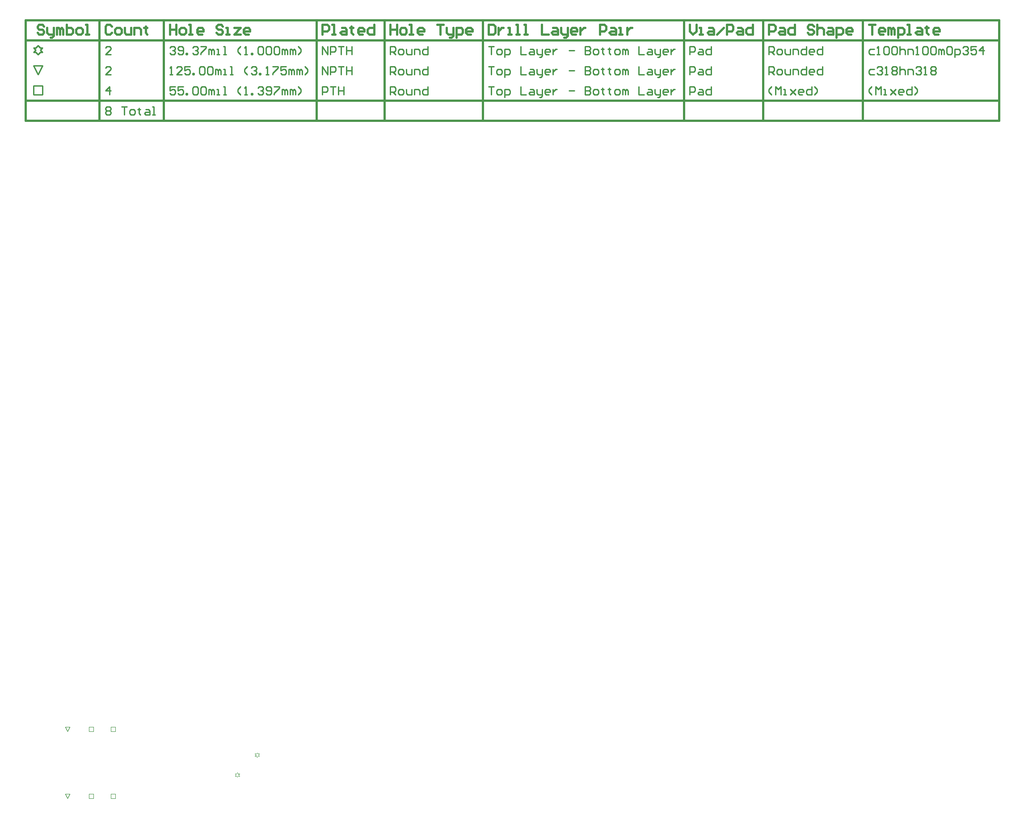
<source format=gbr>
%TF.GenerationSoftware,Altium Limited,Altium Designer,20.0.11 (256)*%
G04 Layer_Color=2752767*
%FSLAX26Y26*%
%MOIN*%
%TF.FileFunction,Drawing*%
%TF.Part,Single*%
G01*
G75*
%TA.AperFunction,NonConductor*%
%ADD23C,0.010000*%
%ADD41C,0.015000*%
%ADD46C,0.003333*%
%ADD47C,0.016000*%
D23*
X-126843Y5728385D02*
X-110176Y5711718D01*
X-143509Y5728385D02*
X-126843D01*
X-143509D02*
X-126843Y5745051D01*
X-143509Y5761718D02*
X-126843Y5745051D01*
X-143509Y5761718D02*
X-126843D01*
X-110176Y5778385D01*
X-93509Y5761718D01*
X-76843D01*
X-93509Y5745051D02*
X-76843Y5761718D01*
X-93509Y5745051D02*
X-76843Y5728385D01*
X-93509D02*
X-76843D01*
X-110176Y5711718D02*
X-93509Y5728385D01*
X-110176Y5561718D02*
X-76843Y5628385D01*
X-143509D02*
X-76843D01*
X-143509D02*
X-110176Y5561718D01*
X-143509Y5411718D02*
X-76843D01*
Y5478385D01*
X-143509D02*
X-76843D01*
X-143509Y5411718D02*
Y5478385D01*
X6126984Y5751705D02*
X6096993D01*
X6086997Y5741708D01*
Y5721715D01*
X6096993Y5711718D01*
X6126984D01*
X6146977D02*
X6166971D01*
X6156974D01*
Y5771699D01*
X6146977Y5761702D01*
X6196961D02*
X6206958Y5771699D01*
X6226951D01*
X6236948Y5761702D01*
Y5721715D01*
X6226951Y5711718D01*
X6206958D01*
X6196961Y5721715D01*
Y5761702D01*
X6256942D02*
X6266939Y5771699D01*
X6286932D01*
X6296929Y5761702D01*
Y5721715D01*
X6286932Y5711718D01*
X6266939D01*
X6256942Y5721715D01*
Y5761702D01*
X6316922Y5771699D02*
Y5711718D01*
Y5741708D01*
X6326919Y5751705D01*
X6346913D01*
X6356909Y5741708D01*
Y5711718D01*
X6376903D02*
Y5751705D01*
X6406893D01*
X6416890Y5741708D01*
Y5711718D01*
X6436883D02*
X6456877D01*
X6446880D01*
Y5771699D01*
X6436883Y5761702D01*
X6486867D02*
X6496864Y5771699D01*
X6516858D01*
X6526854Y5761702D01*
Y5721715D01*
X6516858Y5711718D01*
X6496864D01*
X6486867Y5721715D01*
Y5761702D01*
X6546848D02*
X6556845Y5771699D01*
X6576838D01*
X6586835Y5761702D01*
Y5721715D01*
X6576838Y5711718D01*
X6556845D01*
X6546848Y5721715D01*
Y5761702D01*
X6606828Y5711718D02*
Y5751705D01*
X6616825D01*
X6626822Y5741708D01*
Y5711718D01*
Y5741708D01*
X6636819Y5751705D01*
X6646816Y5741708D01*
Y5711718D01*
X6666809Y5761702D02*
X6676806Y5771699D01*
X6696799D01*
X6706796Y5761702D01*
Y5721715D01*
X6696799Y5711718D01*
X6676806D01*
X6666809Y5721715D01*
Y5761702D01*
X6726790Y5691725D02*
Y5751705D01*
X6756780D01*
X6766777Y5741708D01*
Y5721715D01*
X6756780Y5711718D01*
X6726790D01*
X6786770Y5761702D02*
X6796767Y5771699D01*
X6816761D01*
X6826757Y5761702D01*
Y5751705D01*
X6816761Y5741708D01*
X6806764D01*
X6816761D01*
X6826757Y5731712D01*
Y5721715D01*
X6816761Y5711718D01*
X6796767D01*
X6786770Y5721715D01*
X6886738Y5771699D02*
X6846751D01*
Y5741708D01*
X6866744Y5751705D01*
X6876741D01*
X6886738Y5741708D01*
Y5721715D01*
X6876741Y5711718D01*
X6856748D01*
X6846751Y5721715D01*
X6936722Y5711718D02*
Y5771699D01*
X6906731Y5741708D01*
X6946719D01*
X6126984Y5601705D02*
X6096993D01*
X6086997Y5591708D01*
Y5571715D01*
X6096993Y5561718D01*
X6126984D01*
X6146977Y5611702D02*
X6156974Y5621699D01*
X6176968D01*
X6186964Y5611702D01*
Y5601705D01*
X6176968Y5591708D01*
X6166971D01*
X6176968D01*
X6186964Y5581712D01*
Y5571715D01*
X6176968Y5561718D01*
X6156974D01*
X6146977Y5571715D01*
X6206958Y5561718D02*
X6226951D01*
X6216955D01*
Y5621699D01*
X6206958Y5611702D01*
X6256942D02*
X6266939Y5621699D01*
X6286932D01*
X6296929Y5611702D01*
Y5601705D01*
X6286932Y5591708D01*
X6296929Y5581712D01*
Y5571715D01*
X6286932Y5561718D01*
X6266939D01*
X6256942Y5571715D01*
Y5581712D01*
X6266939Y5591708D01*
X6256942Y5601705D01*
Y5611702D01*
X6266939Y5591708D02*
X6286932D01*
X6316922Y5621699D02*
Y5561718D01*
Y5591708D01*
X6326919Y5601705D01*
X6346913D01*
X6356909Y5591708D01*
Y5561718D01*
X6376903D02*
Y5601705D01*
X6406893D01*
X6416890Y5591708D01*
Y5561718D01*
X6436883Y5611702D02*
X6446880Y5621699D01*
X6466874D01*
X6476871Y5611702D01*
Y5601705D01*
X6466874Y5591708D01*
X6456877D01*
X6466874D01*
X6476871Y5581712D01*
Y5571715D01*
X6466874Y5561718D01*
X6446880D01*
X6436883Y5571715D01*
X6496864Y5561718D02*
X6516858D01*
X6506861D01*
Y5621699D01*
X6496864Y5611702D01*
X6546848D02*
X6556845Y5621699D01*
X6576838D01*
X6586835Y5611702D01*
Y5601705D01*
X6576838Y5591708D01*
X6586835Y5581712D01*
Y5571715D01*
X6576838Y5561718D01*
X6556845D01*
X6546848Y5571715D01*
Y5581712D01*
X6556845Y5591708D01*
X6546848Y5601705D01*
Y5611702D01*
X6556845Y5591708D02*
X6576838D01*
X6106990Y5411718D02*
X6086997Y5431712D01*
Y5451705D01*
X6106990Y5471699D01*
X6136980Y5411718D02*
Y5471699D01*
X6156974Y5451705D01*
X6176968Y5471699D01*
Y5411718D01*
X6196961D02*
X6216955D01*
X6206958D01*
Y5451705D01*
X6196961D01*
X6246945D02*
X6286932Y5411718D01*
X6266938Y5431712D01*
X6286932Y5451705D01*
X6246945Y5411718D01*
X6336916D02*
X6316922D01*
X6306926Y5421715D01*
Y5441708D01*
X6316922Y5451705D01*
X6336916D01*
X6346913Y5441708D01*
Y5431712D01*
X6306926D01*
X6406893Y5471699D02*
Y5411718D01*
X6376903D01*
X6366906Y5421715D01*
Y5441708D01*
X6376903Y5451705D01*
X6406893D01*
X6426887Y5411718D02*
X6446880Y5431712D01*
Y5451705D01*
X6426887Y5471699D01*
X5341199Y5711718D02*
Y5771699D01*
X5371189D01*
X5381186Y5761702D01*
Y5741708D01*
X5371189Y5731712D01*
X5341199D01*
X5361192D02*
X5381186Y5711718D01*
X5411176D02*
X5431169D01*
X5441166Y5721715D01*
Y5741708D01*
X5431169Y5751705D01*
X5411176D01*
X5401179Y5741708D01*
Y5721715D01*
X5411176Y5711718D01*
X5461160Y5751705D02*
Y5721715D01*
X5471157Y5711718D01*
X5501147D01*
Y5751705D01*
X5521140Y5711718D02*
Y5751705D01*
X5551131D01*
X5561127Y5741708D01*
Y5711718D01*
X5621108Y5771699D02*
Y5711718D01*
X5591118D01*
X5581121Y5721715D01*
Y5741708D01*
X5591118Y5751705D01*
X5621108D01*
X5671092Y5711718D02*
X5651098D01*
X5641102Y5721715D01*
Y5741708D01*
X5651098Y5751705D01*
X5671092D01*
X5681089Y5741708D01*
Y5731712D01*
X5641102D01*
X5741069Y5771699D02*
Y5711718D01*
X5711079D01*
X5701082Y5721715D01*
Y5741708D01*
X5711079Y5751705D01*
X5741069D01*
X5341199Y5561718D02*
Y5621699D01*
X5371189D01*
X5381186Y5611702D01*
Y5591708D01*
X5371189Y5581712D01*
X5341199D01*
X5361192D02*
X5381186Y5561718D01*
X5411176D02*
X5431169D01*
X5441166Y5571715D01*
Y5591708D01*
X5431169Y5601705D01*
X5411176D01*
X5401179Y5591708D01*
Y5571715D01*
X5411176Y5561718D01*
X5461160Y5601705D02*
Y5571715D01*
X5471157Y5561718D01*
X5501147D01*
Y5601705D01*
X5521140Y5561718D02*
Y5601705D01*
X5551131D01*
X5561127Y5591708D01*
Y5561718D01*
X5621108Y5621699D02*
Y5561718D01*
X5591118D01*
X5581121Y5571715D01*
Y5591708D01*
X5591118Y5601705D01*
X5621108D01*
X5671092Y5561718D02*
X5651098D01*
X5641102Y5571715D01*
Y5591708D01*
X5651098Y5601705D01*
X5671092D01*
X5681089Y5591708D01*
Y5581712D01*
X5641102D01*
X5741069Y5621699D02*
Y5561718D01*
X5711079D01*
X5701082Y5571715D01*
Y5591708D01*
X5711079Y5601705D01*
X5741069D01*
X5361192Y5411718D02*
X5341199Y5431712D01*
Y5451705D01*
X5361192Y5471699D01*
X5391182Y5411718D02*
Y5471699D01*
X5411176Y5451705D01*
X5431169Y5471699D01*
Y5411718D01*
X5451163D02*
X5471157D01*
X5461160D01*
Y5451705D01*
X5451163D01*
X5501147D02*
X5541134Y5411718D01*
X5521140Y5431712D01*
X5541134Y5451705D01*
X5501147Y5411718D01*
X5591118D02*
X5571124D01*
X5561127Y5421715D01*
Y5441708D01*
X5571124Y5451705D01*
X5591118D01*
X5601114Y5441708D01*
Y5431712D01*
X5561127D01*
X5661095Y5471699D02*
Y5411718D01*
X5631105D01*
X5621108Y5421715D01*
Y5441708D01*
X5631105Y5451705D01*
X5661095D01*
X5681089Y5411718D02*
X5701082Y5431712D01*
Y5451705D01*
X5681089Y5471699D01*
X4751350Y5711718D02*
Y5771699D01*
X4781340D01*
X4791337Y5761702D01*
Y5741708D01*
X4781340Y5731712D01*
X4751350D01*
X4821327Y5751705D02*
X4841321D01*
X4851318Y5741708D01*
Y5711718D01*
X4821327D01*
X4811331Y5721715D01*
X4821327Y5731712D01*
X4851318D01*
X4911298Y5771699D02*
Y5711718D01*
X4881308D01*
X4871311Y5721715D01*
Y5741708D01*
X4881308Y5751705D01*
X4911298D01*
X4751350Y5561718D02*
Y5621699D01*
X4781340D01*
X4791337Y5611702D01*
Y5591708D01*
X4781340Y5581712D01*
X4751350D01*
X4821327Y5601705D02*
X4841321D01*
X4851318Y5591708D01*
Y5561718D01*
X4821327D01*
X4811331Y5571715D01*
X4821327Y5581712D01*
X4851318D01*
X4911298Y5621699D02*
Y5561718D01*
X4881308D01*
X4871311Y5571715D01*
Y5591708D01*
X4881308Y5601705D01*
X4911298D01*
X4751350Y5411718D02*
Y5471699D01*
X4781340D01*
X4791337Y5461702D01*
Y5441708D01*
X4781340Y5431712D01*
X4751350D01*
X4821327Y5451705D02*
X4841321D01*
X4851318Y5441708D01*
Y5411718D01*
X4821327D01*
X4811331Y5421715D01*
X4821327Y5431712D01*
X4851318D01*
X4911298Y5471699D02*
Y5411718D01*
X4881308D01*
X4871311Y5421715D01*
Y5441708D01*
X4881308Y5451705D01*
X4911298D01*
X3251800Y5771699D02*
X3291787D01*
X3271793D01*
Y5711718D01*
X3321777D02*
X3341770D01*
X3351767Y5721715D01*
Y5741708D01*
X3341770Y5751705D01*
X3321777D01*
X3311780Y5741708D01*
Y5721715D01*
X3321777Y5711718D01*
X3371761Y5691725D02*
Y5751705D01*
X3401751D01*
X3411748Y5741708D01*
Y5721715D01*
X3401751Y5711718D01*
X3371761D01*
X3491722Y5771699D02*
Y5711718D01*
X3531709D01*
X3561699Y5751705D02*
X3581693D01*
X3591690Y5741708D01*
Y5711718D01*
X3561699D01*
X3551702Y5721715D01*
X3561699Y5731712D01*
X3591690D01*
X3611683Y5751705D02*
Y5721715D01*
X3621680Y5711718D01*
X3651670D01*
Y5701721D01*
X3641673Y5691725D01*
X3631677D01*
X3651670Y5711718D02*
Y5751705D01*
X3701654Y5711718D02*
X3681660D01*
X3671664Y5721715D01*
Y5741708D01*
X3681660Y5751705D01*
X3701654D01*
X3711651Y5741708D01*
Y5731712D01*
X3671664D01*
X3731644Y5751705D02*
Y5711718D01*
Y5731712D01*
X3741641Y5741708D01*
X3751638Y5751705D01*
X3761635D01*
X3851606Y5741708D02*
X3891593D01*
X3971567Y5771699D02*
Y5711718D01*
X4001557D01*
X4011554Y5721715D01*
Y5731712D01*
X4001557Y5741708D01*
X3971567D01*
X4001557D01*
X4011554Y5751705D01*
Y5761702D01*
X4001557Y5771699D01*
X3971567D01*
X4041544Y5711718D02*
X4061538D01*
X4071534Y5721715D01*
Y5741708D01*
X4061538Y5751705D01*
X4041544D01*
X4031547Y5741708D01*
Y5721715D01*
X4041544Y5711718D01*
X4101525Y5761702D02*
Y5751705D01*
X4091528D01*
X4111521D01*
X4101525D01*
Y5721715D01*
X4111521Y5711718D01*
X4151508Y5761702D02*
Y5751705D01*
X4141512D01*
X4161505D01*
X4151508D01*
Y5721715D01*
X4161505Y5711718D01*
X4201492D02*
X4221486D01*
X4231483Y5721715D01*
Y5741708D01*
X4221486Y5751705D01*
X4201492D01*
X4191495Y5741708D01*
Y5721715D01*
X4201492Y5711718D01*
X4251476D02*
Y5751705D01*
X4261473D01*
X4271470Y5741708D01*
Y5711718D01*
Y5741708D01*
X4281466Y5751705D01*
X4291463Y5741708D01*
Y5711718D01*
X4371437Y5771699D02*
Y5711718D01*
X4411424D01*
X4441415Y5751705D02*
X4461408D01*
X4471405Y5741708D01*
Y5711718D01*
X4441415D01*
X4431418Y5721715D01*
X4441415Y5731712D01*
X4471405D01*
X4491399Y5751705D02*
Y5721715D01*
X4501395Y5711718D01*
X4531386D01*
Y5701721D01*
X4521389Y5691725D01*
X4511392D01*
X4531386Y5711718D02*
Y5751705D01*
X4581369Y5711718D02*
X4561376D01*
X4551379Y5721715D01*
Y5741708D01*
X4561376Y5751705D01*
X4581369D01*
X4591366Y5741708D01*
Y5731712D01*
X4551379D01*
X4611360Y5751705D02*
Y5711718D01*
Y5731712D01*
X4621356Y5741708D01*
X4631353Y5751705D01*
X4641350D01*
X3251800Y5621699D02*
X3291787D01*
X3271793D01*
Y5561718D01*
X3321777D02*
X3341770D01*
X3351767Y5571715D01*
Y5591708D01*
X3341770Y5601705D01*
X3321777D01*
X3311780Y5591708D01*
Y5571715D01*
X3321777Y5561718D01*
X3371761Y5541725D02*
Y5601705D01*
X3401751D01*
X3411748Y5591708D01*
Y5571715D01*
X3401751Y5561718D01*
X3371761D01*
X3491722Y5621699D02*
Y5561718D01*
X3531709D01*
X3561699Y5601705D02*
X3581693D01*
X3591690Y5591708D01*
Y5561718D01*
X3561699D01*
X3551702Y5571715D01*
X3561699Y5581712D01*
X3591690D01*
X3611683Y5601705D02*
Y5571715D01*
X3621680Y5561718D01*
X3651670D01*
Y5551721D01*
X3641673Y5541725D01*
X3631677D01*
X3651670Y5561718D02*
Y5601705D01*
X3701654Y5561718D02*
X3681660D01*
X3671664Y5571715D01*
Y5591708D01*
X3681660Y5601705D01*
X3701654D01*
X3711651Y5591708D01*
Y5581712D01*
X3671664D01*
X3731644Y5601705D02*
Y5561718D01*
Y5581712D01*
X3741641Y5591708D01*
X3751638Y5601705D01*
X3761635D01*
X3851606Y5591708D02*
X3891593D01*
X3971567Y5621699D02*
Y5561718D01*
X4001557D01*
X4011554Y5571715D01*
Y5581712D01*
X4001557Y5591708D01*
X3971567D01*
X4001557D01*
X4011554Y5601705D01*
Y5611702D01*
X4001557Y5621699D01*
X3971567D01*
X4041544Y5561718D02*
X4061538D01*
X4071534Y5571715D01*
Y5591708D01*
X4061538Y5601705D01*
X4041544D01*
X4031547Y5591708D01*
Y5571715D01*
X4041544Y5561718D01*
X4101525Y5611702D02*
Y5601705D01*
X4091528D01*
X4111521D01*
X4101525D01*
Y5571715D01*
X4111521Y5561718D01*
X4151508Y5611702D02*
Y5601705D01*
X4141512D01*
X4161505D01*
X4151508D01*
Y5571715D01*
X4161505Y5561718D01*
X4201492D02*
X4221486D01*
X4231483Y5571715D01*
Y5591708D01*
X4221486Y5601705D01*
X4201492D01*
X4191495Y5591708D01*
Y5571715D01*
X4201492Y5561718D01*
X4251476D02*
Y5601705D01*
X4261473D01*
X4271470Y5591708D01*
Y5561718D01*
Y5591708D01*
X4281466Y5601705D01*
X4291463Y5591708D01*
Y5561718D01*
X4371437Y5621699D02*
Y5561718D01*
X4411424D01*
X4441415Y5601705D02*
X4461408D01*
X4471405Y5591708D01*
Y5561718D01*
X4441415D01*
X4431418Y5571715D01*
X4441415Y5581712D01*
X4471405D01*
X4491399Y5601705D02*
Y5571715D01*
X4501395Y5561718D01*
X4531386D01*
Y5551721D01*
X4521389Y5541725D01*
X4511392D01*
X4531386Y5561718D02*
Y5601705D01*
X4581369Y5561718D02*
X4561376D01*
X4551379Y5571715D01*
Y5591708D01*
X4561376Y5601705D01*
X4581369D01*
X4591366Y5591708D01*
Y5581712D01*
X4551379D01*
X4611360Y5601705D02*
Y5561718D01*
Y5581712D01*
X4621356Y5591708D01*
X4631353Y5601705D01*
X4641350D01*
X3251800Y5471699D02*
X3291787D01*
X3271793D01*
Y5411718D01*
X3321777D02*
X3341770D01*
X3351767Y5421715D01*
Y5441708D01*
X3341770Y5451705D01*
X3321777D01*
X3311780Y5441708D01*
Y5421715D01*
X3321777Y5411718D01*
X3371761Y5391725D02*
Y5451705D01*
X3401751D01*
X3411748Y5441708D01*
Y5421715D01*
X3401751Y5411718D01*
X3371761D01*
X3491722Y5471699D02*
Y5411718D01*
X3531709D01*
X3561699Y5451705D02*
X3581693D01*
X3591690Y5441708D01*
Y5411718D01*
X3561699D01*
X3551702Y5421715D01*
X3561699Y5431712D01*
X3591690D01*
X3611683Y5451705D02*
Y5421715D01*
X3621680Y5411718D01*
X3651670D01*
Y5401721D01*
X3641673Y5391725D01*
X3631677D01*
X3651670Y5411718D02*
Y5451705D01*
X3701654Y5411718D02*
X3681660D01*
X3671664Y5421715D01*
Y5441708D01*
X3681660Y5451705D01*
X3701654D01*
X3711651Y5441708D01*
Y5431712D01*
X3671664D01*
X3731644Y5451705D02*
Y5411718D01*
Y5431712D01*
X3741641Y5441708D01*
X3751638Y5451705D01*
X3761635D01*
X3851606Y5441708D02*
X3891593D01*
X3971567Y5471699D02*
Y5411718D01*
X4001557D01*
X4011554Y5421715D01*
Y5431712D01*
X4001557Y5441708D01*
X3971567D01*
X4001557D01*
X4011554Y5451705D01*
Y5461702D01*
X4001557Y5471699D01*
X3971567D01*
X4041544Y5411718D02*
X4061538D01*
X4071534Y5421715D01*
Y5441708D01*
X4061538Y5451705D01*
X4041544D01*
X4031547Y5441708D01*
Y5421715D01*
X4041544Y5411718D01*
X4101525Y5461702D02*
Y5451705D01*
X4091528D01*
X4111521D01*
X4101525D01*
Y5421715D01*
X4111521Y5411718D01*
X4151508Y5461702D02*
Y5451705D01*
X4141512D01*
X4161505D01*
X4151508D01*
Y5421715D01*
X4161505Y5411718D01*
X4201492D02*
X4221486D01*
X4231483Y5421715D01*
Y5441708D01*
X4221486Y5451705D01*
X4201492D01*
X4191495Y5441708D01*
Y5421715D01*
X4201492Y5411718D01*
X4251476D02*
Y5451705D01*
X4261473D01*
X4271470Y5441708D01*
Y5411718D01*
Y5441708D01*
X4281466Y5451705D01*
X4291463Y5441708D01*
Y5411718D01*
X4371437Y5471699D02*
Y5411718D01*
X4411424D01*
X4441415Y5451705D02*
X4461408D01*
X4471405Y5441708D01*
Y5411718D01*
X4441415D01*
X4431418Y5421715D01*
X4441415Y5431712D01*
X4471405D01*
X4491399Y5451705D02*
Y5421715D01*
X4501395Y5411718D01*
X4531386D01*
Y5401721D01*
X4521389Y5391725D01*
X4511392D01*
X4531386Y5411718D02*
Y5451705D01*
X4581369Y5411718D02*
X4561376D01*
X4551379Y5421715D01*
Y5441708D01*
X4561376Y5451705D01*
X4581369D01*
X4591366Y5441708D01*
Y5431712D01*
X4551379D01*
X4611360Y5451705D02*
Y5411718D01*
Y5431712D01*
X4621356Y5441708D01*
X4631353Y5451705D01*
X4641350D01*
X2517997Y5711718D02*
Y5771699D01*
X2547988D01*
X2557985Y5761702D01*
Y5741708D01*
X2547988Y5731712D01*
X2517997D01*
X2537991D02*
X2557985Y5711718D01*
X2587975D02*
X2607968D01*
X2617965Y5721715D01*
Y5741708D01*
X2607968Y5751705D01*
X2587975D01*
X2577978Y5741708D01*
Y5721715D01*
X2587975Y5711718D01*
X2637959Y5751705D02*
Y5721715D01*
X2647956Y5711718D01*
X2677946D01*
Y5751705D01*
X2697939Y5711718D02*
Y5751705D01*
X2727930D01*
X2737926Y5741708D01*
Y5711718D01*
X2797907Y5771699D02*
Y5711718D01*
X2767917D01*
X2757920Y5721715D01*
Y5741708D01*
X2767917Y5751705D01*
X2797907D01*
X2517997Y5561718D02*
Y5621699D01*
X2547988D01*
X2557985Y5611702D01*
Y5591708D01*
X2547988Y5581712D01*
X2517997D01*
X2537991D02*
X2557985Y5561718D01*
X2587975D02*
X2607968D01*
X2617965Y5571715D01*
Y5591708D01*
X2607968Y5601705D01*
X2587975D01*
X2577978Y5591708D01*
Y5571715D01*
X2587975Y5561718D01*
X2637959Y5601705D02*
Y5571715D01*
X2647956Y5561718D01*
X2677946D01*
Y5601705D01*
X2697939Y5561718D02*
Y5601705D01*
X2727930D01*
X2737926Y5591708D01*
Y5561718D01*
X2797907Y5621699D02*
Y5561718D01*
X2767917D01*
X2757920Y5571715D01*
Y5591708D01*
X2767917Y5601705D01*
X2797907D01*
X2517997Y5411718D02*
Y5471699D01*
X2547988D01*
X2557985Y5461702D01*
Y5441708D01*
X2547988Y5431712D01*
X2517997D01*
X2537991D02*
X2557985Y5411718D01*
X2587975D02*
X2607968D01*
X2617965Y5421715D01*
Y5441708D01*
X2607968Y5451705D01*
X2587975D01*
X2577978Y5441708D01*
Y5421715D01*
X2587975Y5411718D01*
X2637959Y5451705D02*
Y5421715D01*
X2647956Y5411718D01*
X2677946D01*
Y5451705D01*
X2697939Y5411718D02*
Y5451705D01*
X2727930D01*
X2737926Y5441708D01*
Y5411718D01*
X2797907Y5471699D02*
Y5411718D01*
X2767917D01*
X2757920Y5421715D01*
Y5441708D01*
X2767917Y5451705D01*
X2797907D01*
X2012122Y5711718D02*
Y5771699D01*
X2052109Y5711718D01*
Y5771699D01*
X2072102Y5711718D02*
Y5771699D01*
X2102093D01*
X2112089Y5761702D01*
Y5741708D01*
X2102093Y5731712D01*
X2072102D01*
X2132083Y5771699D02*
X2172070D01*
X2152076D01*
Y5711718D01*
X2192064Y5771699D02*
Y5711718D01*
Y5741708D01*
X2232051D01*
Y5771699D01*
Y5711718D01*
X2012122Y5561718D02*
Y5621699D01*
X2052109Y5561718D01*
Y5621699D01*
X2072102Y5561718D02*
Y5621699D01*
X2102093D01*
X2112089Y5611702D01*
Y5591708D01*
X2102093Y5581712D01*
X2072102D01*
X2132083Y5621699D02*
X2172070D01*
X2152076D01*
Y5561718D01*
X2192064Y5621699D02*
Y5561718D01*
Y5591708D01*
X2232051D01*
Y5621699D01*
Y5561718D01*
X2012122Y5411718D02*
Y5471699D01*
X2042112D01*
X2052109Y5461702D01*
Y5441708D01*
X2042112Y5431712D01*
X2012122D01*
X2072102Y5471699D02*
X2112089D01*
X2092096D01*
Y5411718D01*
X2132083Y5471699D02*
Y5411718D01*
Y5441708D01*
X2172070D01*
Y5471699D01*
Y5411718D01*
X872455Y5761702D02*
X882452Y5771699D01*
X902445D01*
X912442Y5761702D01*
Y5751705D01*
X902445Y5741708D01*
X892448D01*
X902445D01*
X912442Y5731712D01*
Y5721715D01*
X902445Y5711718D01*
X882452D01*
X872455Y5721715D01*
X932436D02*
X942432Y5711718D01*
X962426D01*
X972423Y5721715D01*
Y5761702D01*
X962426Y5771699D01*
X942432D01*
X932436Y5761702D01*
Y5751705D01*
X942432Y5741708D01*
X972423D01*
X992416Y5711718D02*
Y5721715D01*
X1002413D01*
Y5711718D01*
X992416D01*
X1042400Y5761702D02*
X1052397Y5771699D01*
X1072390D01*
X1082387Y5761702D01*
Y5751705D01*
X1072390Y5741708D01*
X1062393D01*
X1072390D01*
X1082387Y5731712D01*
Y5721715D01*
X1072390Y5711718D01*
X1052397D01*
X1042400Y5721715D01*
X1102381Y5771699D02*
X1142368D01*
Y5761702D01*
X1102381Y5721715D01*
Y5711718D01*
X1162361D02*
Y5751705D01*
X1172358D01*
X1182355Y5741708D01*
Y5711718D01*
Y5741708D01*
X1192351Y5751705D01*
X1202348Y5741708D01*
Y5711718D01*
X1222342D02*
X1242335D01*
X1232339D01*
Y5751705D01*
X1222342D01*
X1272326Y5711718D02*
X1292319D01*
X1282322D01*
Y5771699D01*
X1272326D01*
X1402284Y5711718D02*
X1382290Y5731712D01*
Y5751705D01*
X1402284Y5771699D01*
X1432274Y5711718D02*
X1452267D01*
X1442271D01*
Y5771699D01*
X1432274Y5761702D01*
X1482258Y5711718D02*
Y5721715D01*
X1492254D01*
Y5711718D01*
X1482258D01*
X1532241Y5761702D02*
X1542238Y5771699D01*
X1562232D01*
X1572228Y5761702D01*
Y5721715D01*
X1562232Y5711718D01*
X1542238D01*
X1532241Y5721715D01*
Y5761702D01*
X1592222D02*
X1602219Y5771699D01*
X1622212D01*
X1632209Y5761702D01*
Y5721715D01*
X1622212Y5711718D01*
X1602219D01*
X1592222Y5721715D01*
Y5761702D01*
X1652203D02*
X1662199Y5771699D01*
X1682193D01*
X1692190Y5761702D01*
Y5721715D01*
X1682193Y5711718D01*
X1662199D01*
X1652203Y5721715D01*
Y5761702D01*
X1712183Y5711718D02*
Y5751705D01*
X1722180D01*
X1732177Y5741708D01*
Y5711718D01*
Y5741708D01*
X1742174Y5751705D01*
X1752170Y5741708D01*
Y5711718D01*
X1772164D02*
Y5751705D01*
X1782161D01*
X1792157Y5741708D01*
Y5711718D01*
Y5741708D01*
X1802154Y5751705D01*
X1812151Y5741708D01*
Y5711718D01*
X1832144D02*
X1852138Y5731712D01*
Y5751705D01*
X1832144Y5771699D01*
X872455Y5561718D02*
X892448D01*
X882452D01*
Y5621699D01*
X872455Y5611702D01*
X962426Y5561718D02*
X922439D01*
X962426Y5601705D01*
Y5611702D01*
X952429Y5621699D01*
X932436D01*
X922439Y5611702D01*
X1022407Y5621699D02*
X982419D01*
Y5591708D01*
X1002413Y5601705D01*
X1012410D01*
X1022407Y5591708D01*
Y5571715D01*
X1012410Y5561718D01*
X992416D01*
X982419Y5571715D01*
X1042400Y5561718D02*
Y5571715D01*
X1052397D01*
Y5561718D01*
X1042400D01*
X1092384Y5611702D02*
X1102381Y5621699D01*
X1122374D01*
X1132371Y5611702D01*
Y5571715D01*
X1122374Y5561718D01*
X1102381D01*
X1092384Y5571715D01*
Y5611702D01*
X1152364D02*
X1162361Y5621699D01*
X1182355D01*
X1192351Y5611702D01*
Y5571715D01*
X1182355Y5561718D01*
X1162361D01*
X1152364Y5571715D01*
Y5611702D01*
X1212345Y5561718D02*
Y5601705D01*
X1222342D01*
X1232339Y5591708D01*
Y5561718D01*
Y5591708D01*
X1242335Y5601705D01*
X1252332Y5591708D01*
Y5561718D01*
X1272326D02*
X1292319D01*
X1282322D01*
Y5601705D01*
X1272326D01*
X1322309Y5561718D02*
X1342303D01*
X1332306D01*
Y5621699D01*
X1322309D01*
X1452267Y5561718D02*
X1432274Y5581712D01*
Y5601705D01*
X1452267Y5621699D01*
X1482258Y5611702D02*
X1492254Y5621699D01*
X1512248D01*
X1522245Y5611702D01*
Y5601705D01*
X1512248Y5591708D01*
X1502251D01*
X1512248D01*
X1522245Y5581712D01*
Y5571715D01*
X1512248Y5561718D01*
X1492254D01*
X1482258Y5571715D01*
X1542238Y5561718D02*
Y5571715D01*
X1552235D01*
Y5561718D01*
X1542238D01*
X1592222D02*
X1612216D01*
X1602219D01*
Y5621699D01*
X1592222Y5611702D01*
X1642206Y5621699D02*
X1682193D01*
Y5611702D01*
X1642206Y5571715D01*
Y5561718D01*
X1742174Y5621699D02*
X1702186D01*
Y5591708D01*
X1722180Y5601705D01*
X1732177D01*
X1742174Y5591708D01*
Y5571715D01*
X1732177Y5561718D01*
X1712183D01*
X1702186Y5571715D01*
X1762167Y5561718D02*
Y5601705D01*
X1772164D01*
X1782160Y5591708D01*
Y5561718D01*
Y5591708D01*
X1792157Y5601705D01*
X1802154Y5591708D01*
Y5561718D01*
X1822148D02*
Y5601705D01*
X1832144D01*
X1842141Y5591708D01*
Y5561718D01*
Y5591708D01*
X1852138Y5601705D01*
X1862135Y5591708D01*
Y5561718D01*
X1882128D02*
X1902122Y5581712D01*
Y5601705D01*
X1882128Y5621699D01*
X912442Y5471699D02*
X872455D01*
Y5441708D01*
X892448Y5451705D01*
X902445D01*
X912442Y5441708D01*
Y5421715D01*
X902445Y5411718D01*
X882452D01*
X872455Y5421715D01*
X972423Y5471699D02*
X932436D01*
Y5441708D01*
X952429Y5451705D01*
X962426D01*
X972423Y5441708D01*
Y5421715D01*
X962426Y5411718D01*
X942432D01*
X932436Y5421715D01*
X992416Y5411718D02*
Y5421715D01*
X1002413D01*
Y5411718D01*
X992416D01*
X1042400Y5461702D02*
X1052397Y5471699D01*
X1072390D01*
X1082387Y5461702D01*
Y5421715D01*
X1072390Y5411718D01*
X1052397D01*
X1042400Y5421715D01*
Y5461702D01*
X1102381D02*
X1112377Y5471699D01*
X1132371D01*
X1142368Y5461702D01*
Y5421715D01*
X1132371Y5411718D01*
X1112377D01*
X1102381Y5421715D01*
Y5461702D01*
X1162361Y5411718D02*
Y5451705D01*
X1172358D01*
X1182355Y5441708D01*
Y5411718D01*
Y5441708D01*
X1192351Y5451705D01*
X1202348Y5441708D01*
Y5411718D01*
X1222342D02*
X1242335D01*
X1232339D01*
Y5451705D01*
X1222342D01*
X1272326Y5411718D02*
X1292319D01*
X1282322D01*
Y5471699D01*
X1272326D01*
X1402284Y5411718D02*
X1382290Y5431712D01*
Y5451705D01*
X1402284Y5471699D01*
X1432274Y5411718D02*
X1452267D01*
X1442271D01*
Y5471699D01*
X1432274Y5461702D01*
X1482258Y5411718D02*
Y5421715D01*
X1492254D01*
Y5411718D01*
X1482258D01*
X1532241Y5461702D02*
X1542238Y5471699D01*
X1562232D01*
X1572228Y5461702D01*
Y5451705D01*
X1562232Y5441708D01*
X1552235D01*
X1562232D01*
X1572228Y5431712D01*
Y5421715D01*
X1562232Y5411718D01*
X1542238D01*
X1532241Y5421715D01*
X1592222D02*
X1602219Y5411718D01*
X1622212D01*
X1632209Y5421715D01*
Y5461702D01*
X1622212Y5471699D01*
X1602219D01*
X1592222Y5461702D01*
Y5451705D01*
X1602219Y5441708D01*
X1632209D01*
X1652203Y5471699D02*
X1692190D01*
Y5461702D01*
X1652203Y5421715D01*
Y5411718D01*
X1712183D02*
Y5451705D01*
X1722180D01*
X1732177Y5441708D01*
Y5411718D01*
Y5441708D01*
X1742174Y5451705D01*
X1752170Y5441708D01*
Y5411718D01*
X1772164D02*
Y5451705D01*
X1782161D01*
X1792157Y5441708D01*
Y5411718D01*
Y5441708D01*
X1802154Y5451705D01*
X1812151Y5441708D01*
Y5411718D01*
X1832144D02*
X1852138Y5431712D01*
Y5451705D01*
X1832144Y5471699D01*
X392575Y5311702D02*
X402572Y5321699D01*
X422565D01*
X432562Y5311702D01*
Y5301705D01*
X422565Y5291708D01*
X432562Y5281712D01*
Y5271715D01*
X422565Y5261718D01*
X402572D01*
X392575Y5271715D01*
Y5281712D01*
X402572Y5291708D01*
X392575Y5301705D01*
Y5311702D01*
X402572Y5291708D02*
X422565D01*
X512536Y5321699D02*
X552523D01*
X532529D01*
Y5261718D01*
X582513D02*
X602507D01*
X612504Y5271715D01*
Y5291708D01*
X602507Y5301705D01*
X582513D01*
X572516Y5291708D01*
Y5271715D01*
X582513Y5261718D01*
X642494Y5311702D02*
Y5301705D01*
X632497D01*
X652491D01*
X642494D01*
Y5271715D01*
X652491Y5261718D01*
X692478Y5301705D02*
X712471D01*
X722468Y5291708D01*
Y5261718D01*
X692478D01*
X682481Y5271715D01*
X692478Y5281712D01*
X722468D01*
X742462Y5261718D02*
X762455D01*
X752458D01*
Y5321699D01*
X742462D01*
X432562Y5711718D02*
X392575D01*
X432562Y5751705D01*
Y5761702D01*
X422565Y5771699D01*
X402572D01*
X392575Y5761702D01*
X432562Y5561718D02*
X392575D01*
X432562Y5601705D01*
Y5611702D01*
X422565Y5621699D01*
X402572D01*
X392575Y5611702D01*
X422565Y5411718D02*
Y5471699D01*
X392575Y5441708D01*
X432562D01*
D41*
X-203301Y5816718D02*
X7056719D01*
X-203301Y5366718D02*
X7056719D01*
X-203301Y5216718D02*
X7056719D01*
Y5966718D01*
X-203301D02*
X7056719D01*
X-203301Y5216718D02*
Y5966718D01*
X6041997Y5216718D02*
Y5966718D01*
X5296199Y5216718D02*
Y5966718D01*
X4706350Y5216718D02*
Y5966718D01*
X3206800Y5216718D02*
Y5966718D01*
X2472997Y5216718D02*
Y5966718D01*
X1967122Y5216718D02*
Y5966718D01*
X827455Y5216718D02*
Y5966718D01*
X347575Y5216718D02*
Y5966718D01*
D46*
X433333Y658333D02*
X466667D01*
Y691667D01*
X433333D02*
X466667D01*
X433333Y658333D02*
Y691667D01*
X270341Y658333D02*
X303675D01*
Y691667D01*
X270341D02*
X303675D01*
X270341Y658333D02*
Y691667D01*
X112004Y658333D02*
X128671Y691667D01*
X95337D02*
X128671D01*
X95337D02*
X112004Y658333D01*
X433333Y158333D02*
X466667D01*
Y191667D01*
X433333D02*
X466667D01*
X433333Y158333D02*
Y191667D01*
X270341Y158333D02*
X303675D01*
Y191667D01*
X270341D02*
X303675D01*
X270341Y158333D02*
Y191667D01*
X112004Y158333D02*
X128671Y191667D01*
X95337D02*
X128671D01*
X95337D02*
X112004Y158333D01*
X1516474Y473990D02*
X1524807Y465656D01*
X1508140Y473990D02*
X1516474D01*
X1508140D02*
X1516474Y482323D01*
X1508140Y490656D02*
X1516474Y482323D01*
X1508140Y490656D02*
X1516474D01*
X1524807Y498990D01*
X1533140Y490656D01*
X1541474D01*
X1533140Y482323D02*
X1541474Y490656D01*
X1533140Y482323D02*
X1541474Y473990D01*
X1533140D02*
X1541474D01*
X1524807Y465656D02*
X1533140Y473990D01*
X1367931Y325386D02*
X1376264Y317052D01*
X1359597Y325386D02*
X1367931D01*
X1359597D02*
X1367931Y333719D01*
X1359597Y342052D02*
X1367931Y333719D01*
X1359597Y342052D02*
X1367931D01*
X1376264Y350385D01*
X1384597Y342052D01*
X1392930D01*
X1384597Y333719D02*
X1392930Y342052D01*
X1384597Y333719D02*
X1392930Y325386D01*
X1384597D02*
X1392930D01*
X1376264Y317052D02*
X1384597Y325386D01*
D47*
X6086997Y5933695D02*
X6134981D01*
X6110989D01*
Y5861718D01*
X6194962D02*
X6170970D01*
X6158973Y5873714D01*
Y5897706D01*
X6170970Y5909703D01*
X6194962D01*
X6206958Y5897706D01*
Y5885710D01*
X6158973D01*
X6230950Y5861718D02*
Y5909703D01*
X6242946D01*
X6254942Y5897706D01*
Y5861718D01*
Y5897706D01*
X6266939Y5909703D01*
X6278935Y5897706D01*
Y5861718D01*
X6302927Y5837726D02*
Y5909703D01*
X6338915D01*
X6350911Y5897706D01*
Y5873714D01*
X6338915Y5861718D01*
X6302927D01*
X6374904D02*
X6398896D01*
X6386900D01*
Y5933695D01*
X6374904D01*
X6446880Y5909703D02*
X6470873D01*
X6482869Y5897706D01*
Y5861718D01*
X6446880D01*
X6434884Y5873714D01*
X6446880Y5885710D01*
X6482869D01*
X6518857Y5921699D02*
Y5909703D01*
X6506861D01*
X6530853D01*
X6518857D01*
Y5873714D01*
X6530853Y5861718D01*
X6602830D02*
X6578837D01*
X6566841Y5873714D01*
Y5897706D01*
X6578837Y5909703D01*
X6602830D01*
X6614826Y5897706D01*
Y5885710D01*
X6566841D01*
X5341199Y5861718D02*
Y5933695D01*
X5377187D01*
X5389183Y5921699D01*
Y5897706D01*
X5377187Y5885710D01*
X5341199D01*
X5425171Y5909703D02*
X5449164D01*
X5461160Y5897706D01*
Y5861718D01*
X5425171D01*
X5413175Y5873714D01*
X5425171Y5885710D01*
X5461160D01*
X5533136Y5933695D02*
Y5861718D01*
X5497148D01*
X5485152Y5873714D01*
Y5897706D01*
X5497148Y5909703D01*
X5533136D01*
X5677090Y5921699D02*
X5665094Y5933695D01*
X5641101D01*
X5629105Y5921699D01*
Y5909703D01*
X5641101Y5897706D01*
X5665094D01*
X5677090Y5885710D01*
Y5873714D01*
X5665094Y5861718D01*
X5641101D01*
X5629105Y5873714D01*
X5701082Y5933695D02*
Y5861718D01*
Y5897706D01*
X5713078Y5909703D01*
X5737070D01*
X5749067Y5897706D01*
Y5861718D01*
X5785055Y5909703D02*
X5809047D01*
X5821043Y5897706D01*
Y5861718D01*
X5785055D01*
X5773059Y5873714D01*
X5785055Y5885710D01*
X5821043D01*
X5845035Y5837726D02*
Y5909703D01*
X5881024D01*
X5893020Y5897706D01*
Y5873714D01*
X5881024Y5861718D01*
X5845035D01*
X5953001D02*
X5929008D01*
X5917012Y5873714D01*
Y5897706D01*
X5929008Y5909703D01*
X5953001D01*
X5964997Y5897706D01*
Y5885710D01*
X5917012D01*
X4751350Y5933695D02*
Y5885710D01*
X4775342Y5861718D01*
X4799334Y5885710D01*
Y5933695D01*
X4823327Y5861718D02*
X4847319D01*
X4835323D01*
Y5909703D01*
X4823327D01*
X4895303D02*
X4919296D01*
X4931292Y5897706D01*
Y5861718D01*
X4895303D01*
X4883307Y5873714D01*
X4895303Y5885710D01*
X4931292D01*
X4955284Y5861718D02*
X5003269Y5909703D01*
X5027261Y5861718D02*
Y5933695D01*
X5063249D01*
X5075245Y5921699D01*
Y5897706D01*
X5063249Y5885710D01*
X5027261D01*
X5111234Y5909703D02*
X5135226D01*
X5147222Y5897706D01*
Y5861718D01*
X5111234D01*
X5099237Y5873714D01*
X5111234Y5885710D01*
X5147222D01*
X5219199Y5933695D02*
Y5861718D01*
X5183210D01*
X5171214Y5873714D01*
Y5897706D01*
X5183210Y5909703D01*
X5219199D01*
X3251800Y5933695D02*
Y5861718D01*
X3287788D01*
X3299784Y5873714D01*
Y5921699D01*
X3287788Y5933695D01*
X3251800D01*
X3323776Y5909703D02*
Y5861718D01*
Y5885710D01*
X3335772Y5897706D01*
X3347768Y5909703D01*
X3359765D01*
X3395753Y5861718D02*
X3419745D01*
X3407749D01*
Y5909703D01*
X3395753D01*
X3455733Y5861718D02*
X3479726D01*
X3467730D01*
Y5933695D01*
X3455733D01*
X3515714Y5861718D02*
X3539706D01*
X3527710D01*
Y5933695D01*
X3515714D01*
X3647671D02*
Y5861718D01*
X3695656D01*
X3731644Y5909703D02*
X3755637D01*
X3767633Y5897706D01*
Y5861718D01*
X3731644D01*
X3719648Y5873714D01*
X3731644Y5885710D01*
X3767633D01*
X3791625Y5909703D02*
Y5873714D01*
X3803621Y5861718D01*
X3839609D01*
Y5849722D01*
X3827613Y5837726D01*
X3815617D01*
X3839609Y5861718D02*
Y5909703D01*
X3899590Y5861718D02*
X3875598D01*
X3863602Y5873714D01*
Y5897706D01*
X3875598Y5909703D01*
X3899590D01*
X3911586Y5897706D01*
Y5885710D01*
X3863602D01*
X3935578Y5909703D02*
Y5861718D01*
Y5885710D01*
X3947574Y5897706D01*
X3959570Y5909703D01*
X3971567D01*
X4079532Y5861718D02*
Y5933695D01*
X4115520D01*
X4127516Y5921699D01*
Y5897706D01*
X4115520Y5885710D01*
X4079532D01*
X4163504Y5909703D02*
X4187497D01*
X4199493Y5897706D01*
Y5861718D01*
X4163504D01*
X4151508Y5873714D01*
X4163504Y5885710D01*
X4199493D01*
X4223485Y5861718D02*
X4247477D01*
X4235481D01*
Y5909703D01*
X4223485D01*
X4283466D02*
Y5861718D01*
Y5885710D01*
X4295462Y5897706D01*
X4307458Y5909703D01*
X4319454D01*
X2517997Y5933695D02*
Y5861718D01*
Y5897706D01*
X2565982D01*
Y5933695D01*
Y5861718D01*
X2601970D02*
X2625963D01*
X2637959Y5873714D01*
Y5897706D01*
X2625963Y5909703D01*
X2601970D01*
X2589974Y5897706D01*
Y5873714D01*
X2601970Y5861718D01*
X2661951D02*
X2685943D01*
X2673947D01*
Y5933695D01*
X2661951D01*
X2757920Y5861718D02*
X2733928D01*
X2721932Y5873714D01*
Y5897706D01*
X2733928Y5909703D01*
X2757920D01*
X2769916Y5897706D01*
Y5885710D01*
X2721932D01*
X2865885Y5933695D02*
X2913869D01*
X2889877D01*
Y5861718D01*
X2937862Y5909703D02*
Y5873714D01*
X2949858Y5861718D01*
X2985846D01*
Y5849722D01*
X2973850Y5837726D01*
X2961854D01*
X2985846Y5861718D02*
Y5909703D01*
X3009838Y5837726D02*
Y5909703D01*
X3045827D01*
X3057823Y5897706D01*
Y5873714D01*
X3045827Y5861718D01*
X3009838D01*
X3117803D02*
X3093811D01*
X3081815Y5873714D01*
Y5897706D01*
X3093811Y5909703D01*
X3117803D01*
X3129800Y5897706D01*
Y5885710D01*
X3081815D01*
X2012122Y5861718D02*
Y5933695D01*
X2048110D01*
X2060106Y5921699D01*
Y5897706D01*
X2048110Y5885710D01*
X2012122D01*
X2084098Y5861718D02*
X2108091D01*
X2096095D01*
Y5933695D01*
X2084098D01*
X2156075Y5909703D02*
X2180067D01*
X2192064Y5897706D01*
Y5861718D01*
X2156075D01*
X2144079Y5873714D01*
X2156075Y5885710D01*
X2192064D01*
X2228052Y5921699D02*
Y5909703D01*
X2216056D01*
X2240048D01*
X2228052D01*
Y5873714D01*
X2240048Y5861718D01*
X2312025D02*
X2288032D01*
X2276036Y5873714D01*
Y5897706D01*
X2288032Y5909703D01*
X2312025D01*
X2324021Y5897706D01*
Y5885710D01*
X2276036D01*
X2395997Y5933695D02*
Y5861718D01*
X2360009D01*
X2348013Y5873714D01*
Y5897706D01*
X2360009Y5909703D01*
X2395997D01*
X872455Y5933695D02*
Y5861718D01*
Y5897706D01*
X920439D01*
Y5933695D01*
Y5861718D01*
X956428D02*
X980420D01*
X992416Y5873714D01*
Y5897706D01*
X980420Y5909703D01*
X956428D01*
X944432Y5897706D01*
Y5873714D01*
X956428Y5861718D01*
X1016408D02*
X1040401D01*
X1028405D01*
Y5933695D01*
X1016408D01*
X1112377Y5861718D02*
X1088385D01*
X1076389Y5873714D01*
Y5897706D01*
X1088385Y5909703D01*
X1112377D01*
X1124373Y5897706D01*
Y5885710D01*
X1076389D01*
X1268327Y5921699D02*
X1256331Y5933695D01*
X1232339D01*
X1220342Y5921699D01*
Y5909703D01*
X1232339Y5897706D01*
X1256331D01*
X1268327Y5885710D01*
Y5873714D01*
X1256331Y5861718D01*
X1232339D01*
X1220342Y5873714D01*
X1292319Y5861718D02*
X1316311D01*
X1304315D01*
Y5909703D01*
X1292319D01*
X1352300D02*
X1400284D01*
X1352300Y5861718D01*
X1400284D01*
X1460265D02*
X1436273D01*
X1424276Y5873714D01*
Y5897706D01*
X1436273Y5909703D01*
X1460265D01*
X1472261Y5897706D01*
Y5885710D01*
X1424276D01*
X440559Y5921699D02*
X428563Y5933695D01*
X404571D01*
X392575Y5921699D01*
Y5873714D01*
X404571Y5861718D01*
X428563D01*
X440559Y5873714D01*
X476548Y5861718D02*
X500540D01*
X512536Y5873714D01*
Y5897706D01*
X500540Y5909703D01*
X476548D01*
X464551Y5897706D01*
Y5873714D01*
X476548Y5861718D01*
X536528Y5909703D02*
Y5873714D01*
X548524Y5861718D01*
X584513D01*
Y5909703D01*
X608505Y5861718D02*
Y5909703D01*
X644493D01*
X656489Y5897706D01*
Y5861718D01*
X692478Y5921699D02*
Y5909703D01*
X680481D01*
X704474D01*
X692478D01*
Y5873714D01*
X704474Y5861718D01*
X-65317Y5921699D02*
X-77313Y5933695D01*
X-101305D01*
X-113301Y5921699D01*
Y5909703D01*
X-101305Y5897706D01*
X-77313D01*
X-65317Y5885710D01*
Y5873714D01*
X-77313Y5861718D01*
X-101305D01*
X-113301Y5873714D01*
X-41324Y5909703D02*
Y5873714D01*
X-29328Y5861718D01*
X6660D01*
Y5849722D01*
X-5336Y5837726D01*
X-17332D01*
X6660Y5861718D02*
Y5909703D01*
X30652Y5861718D02*
Y5909703D01*
X42648D01*
X54645Y5897706D01*
Y5861718D01*
Y5897706D01*
X66641Y5909703D01*
X78637Y5897706D01*
Y5861718D01*
X102629Y5933695D02*
Y5861718D01*
X138618D01*
X150614Y5873714D01*
Y5885710D01*
Y5897706D01*
X138618Y5909703D01*
X102629D01*
X186602Y5861718D02*
X210594D01*
X222590Y5873714D01*
Y5897706D01*
X210594Y5909703D01*
X186602D01*
X174606Y5897706D01*
Y5873714D01*
X186602Y5861718D01*
X246583D02*
X270575D01*
X258579D01*
Y5933695D01*
X246583D01*
%TF.MD5,cc50f409d127307b3a6a1df222090abc*%
M02*

</source>
